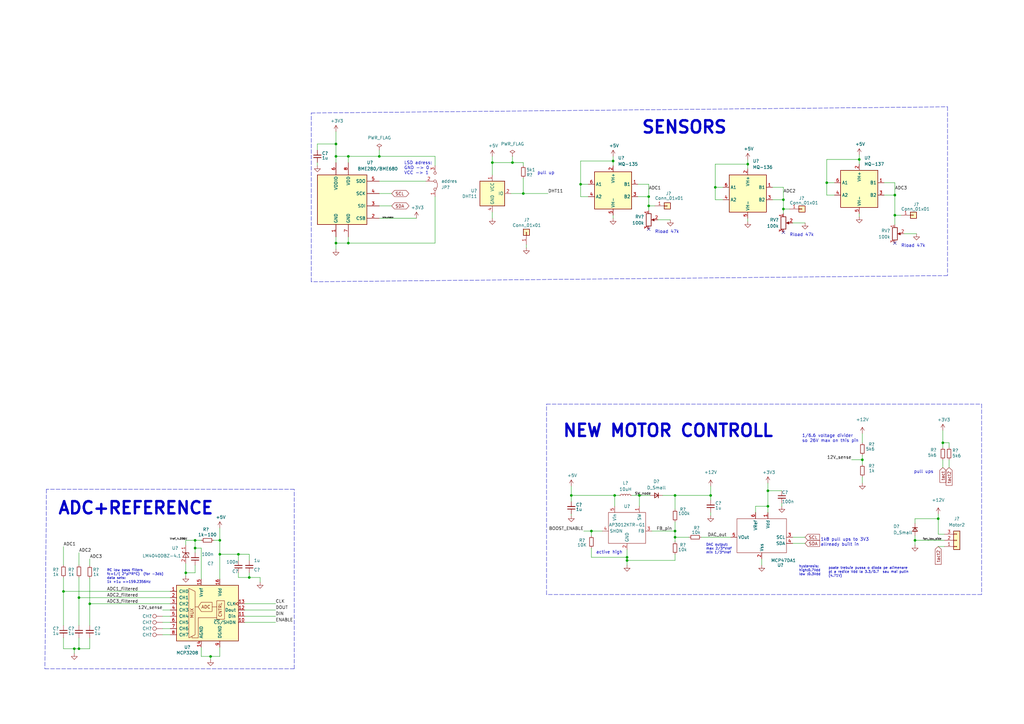
<source format=kicad_sch>
(kicad_sch (version 20211123) (generator eeschema)
  (paper "A3")
  (lib_symbols
    (symbol "Analog_ADC:MCP3208" (pin_names (offset 1.016))
      (property "Reference" "U" (at -5.08 13.335 0))
      (property "Value" "MCP3208" (at -5.08 11.43 0))
      (symbol "MCP3208_0_0"
        (text "ADC" (at -0.635 1.27 0) (effects (font (size 1.27 1.27))))
        (text "CNTRL" (at 5.969 -2.921 900) (effects (font (size 1.27 1.27)) (justify left bottom)))
        (text "MUX" (at -6.35 -1.27 900) (effects (font (size 1.27 1.27))))
      )
      (symbol "MCP3208_0_1"
        (polyline (pts (xy -3.81 1.27) (xy -5.08 1.27)))
        (polyline (pts (xy 1.905 1.27) (xy 3.81 1.27)))
        (polyline (pts (xy -7.62 8.89) (xy -7.62 -11.43) (xy -5.08 -10.16) (xy -5.08 7.62) (xy -7.62 8.89)))
        (polyline (pts (xy 3.81 -3.175) (xy -3.81 -3.175) (xy -3.81 -11.43) (xy -6.35 -11.43) (xy -6.35 -10.795)))
        (polyline (pts (xy 1.905 3.175) (xy 1.905 -0.635) (xy -2.54 -0.635) (xy -3.81 1.27) (xy -2.54 3.175) (xy 1.905 3.175)))
        (rectangle (start 3.81 -3.81) (end 6.985 3.81))
        (rectangle (start 12.7 -12.7) (end -12.7 10.16) (stroke (width 0.254)) (fill (type background)))
      )
      (symbol "MCP3208_1_1"
        (pin input line (at -15.24 7.62 0) (length 2.54) (name "CH0") (number "1"))
        (pin input line (at 15.24 -5.08 180) (length 2.54) (name "~{CS}/SHDN") (number "10"))
        (pin input line (at 15.24 -2.54 180) (length 2.54) (name "Din") (number "11"))
        (pin output line (at 15.24 0 180) (length 2.54) (name "Dout") (number "12"))
        (pin input clock (at 15.24 2.54 180) (length 2.54) (name "CLK") (number "13"))
        (pin power_in line (at -2.54 -15.24 90) (length 2.54) (name "AGND") (number "14"))
        (pin power_in line (at -2.54 12.7 270) (length 2.54) (name "Vref") (number "15"))
        (pin power_in line (at 5.08 12.7 270) (length 2.54) (name "Vdd") (number "16"))
        (pin input line (at -15.24 5.08 0) (length 2.54) (name "CH1") (number "2"))
        (pin input line (at -15.24 2.54 0) (length 2.54) (name "CH2") (number "3"))
        (pin input line (at -15.24 0 0) (length 2.54) (name "CH3") (number "4"))
        (pin input line (at -15.24 -2.54 0) (length 2.54) (name "CH4") (number "5"))
        (pin input line (at -15.24 -5.08 0) (length 2.54) (name "CH5") (number "6"))
        (pin input line (at -15.24 -7.62 0) (length 2.54) (name "CH6") (number "7"))
        (pin input line (at -15.24 -10.16 0) (length 2.54) (name "CH7") (number "8"))
        (pin power_in line (at 5.08 -15.24 90) (length 2.54) (name "DGND") (number "9"))
      )
    )
    (symbol "Connector:TestPoint" (pin_numbers hide) (pin_names (offset 0.762) hide)
      (property "Reference" "TP" (at 0 6.858 0))
      (property "Value" "TestPoint" (at 0 5.08 0))
      (symbol "TestPoint_0_1"
        (circle (center 0 3.302) (radius 0.762))
      )
      (symbol "TestPoint_1_1"
        (pin passive line (at 0 0 90) (length 2.54) (name "1") (number "1"))
      )
    )
    (symbol "Connector_Generic:Conn_01x01" (pin_names (offset 1.016) hide)
      (property "Reference" "J" (at 0 2.54 0))
      (property "Value" "Conn_01x01" (at 0 -2.54 0))
      (symbol "Conn_01x01_1_1"
        (rectangle (start -1.27 0.127) (end 0 -0.127) (stroke (width 0.1524)))
        (rectangle (start -1.27 1.27) (end 1.27 -1.27) (stroke (width 0.254)) (fill (type background)))
        (pin passive line (at -5.08 0 0) (length 3.81) (name "Pin_1") (number "1"))
      )
    )
    (symbol "Connector_Generic:Conn_01x03" (pin_names (offset 1.016) hide)
      (property "Reference" "J" (at 0 5.08 0))
      (property "Value" "Conn_01x03" (at 0 -5.08 0))
      (symbol "Conn_01x03_1_1"
        (rectangle (start -1.27 -2.413) (end 0 -2.667) (stroke (width 0.1524)))
        (rectangle (start -1.27 0.127) (end 0 -0.127) (stroke (width 0.1524)))
        (rectangle (start -1.27 2.667) (end 0 2.413) (stroke (width 0.1524)))
        (rectangle (start -1.27 3.81) (end 1.27 -3.81) (stroke (width 0.254)) (fill (type background)))
        (pin passive line (at -5.08 2.54 0) (length 3.81) (name "Pin_1") (number "1"))
        (pin passive line (at -5.08 0 0) (length 3.81) (name "Pin_2") (number "2"))
        (pin passive line (at -5.08 -2.54 0) (length 3.81) (name "Pin_3") (number "3"))
      )
    )
    (symbol "Device:C_Small" (pin_numbers hide) (pin_names (offset 0.254) hide)
      (property "Reference" "C" (at 0.254 1.778 0))
      (property "Value" "C_Small" (at 0.254 -2.032 0))
      (symbol "C_Small_0_1"
        (polyline (pts (xy -1.524 -0.508) (xy 1.524 -0.508)) (stroke (width 0.3302)))
        (polyline (pts (xy -1.524 0.508) (xy 1.524 0.508)) (stroke (width 0.3048)))
      )
      (symbol "C_Small_1_1"
        (pin passive line (at 0 2.54 270) (length 2.032) (name "~") (number "1"))
        (pin passive line (at 0 -2.54 90) (length 2.032) (name "~") (number "2"))
      )
    )
    (symbol "Device:D_Small" (pin_numbers hide) (pin_names (offset 0.254) hide)
      (property "Reference" "D" (at -1.27 2.032 0))
      (property "Value" "D_Small" (at -3.81 -2.032 0))
      (symbol "D_Small_0_1"
        (polyline (pts (xy -0.762 -1.016) (xy -0.762 1.016)) (stroke (width 0.254)))
        (polyline (pts (xy -0.762 0) (xy 0.762 0)))
        (polyline (pts (xy 0.762 -1.016) (xy -0.762 0) (xy 0.762 1.016) (xy 0.762 -1.016)) (stroke (width 0.254)))
      )
      (symbol "D_Small_1_1"
        (pin passive line (at -2.54 0 0) (length 1.778) (name "K") (number "1"))
        (pin passive line (at 2.54 0 180) (length 1.778) (name "A") (number "2"))
      )
    )
    (symbol "Device:L_Small" (pin_numbers hide) (pin_names (offset 0.254) hide)
      (property "Reference" "L" (at 0.762 1.016 0))
      (property "Value" "L_Small" (at 0.762 -1.016 0))
      (symbol "L_Small_0_1"
        (arc (start 0 -2.032) (mid 0.508 -1.524) (end 0 -1.016))
        (arc (start 0 -1.016) (mid 0.508 -0.508) (end 0 0))
        (arc (start 0 0) (mid 0.508 0.508) (end 0 1.016))
        (arc (start 0 1.016) (mid 0.508 1.524) (end 0 2.032))
      )
      (symbol "L_Small_1_1"
        (pin passive line (at 0 2.54 270) (length 0.508) (name "~") (number "1"))
        (pin passive line (at 0 -2.54 90) (length 0.508) (name "~") (number "2"))
      )
    )
    (symbol "Device:R_Potentiometer" (pin_names (offset 1.016) hide)
      (property "Reference" "RV" (at -4.445 0 90))
      (property "Value" "R_Potentiometer" (at -2.54 0 90))
      (symbol "R_Potentiometer_0_1"
        (polyline (pts (xy 2.54 0) (xy 1.524 0)))
        (polyline (pts (xy 1.143 0) (xy 2.286 0.508) (xy 2.286 -0.508) (xy 1.143 0)) (fill (type outline)))
        (rectangle (start 1.016 2.54) (end -1.016 -2.54) (stroke (width 0.254)))
      )
      (symbol "R_Potentiometer_1_1"
        (pin passive line (at 0 3.81 270) (length 1.27) (name "1") (number "1"))
        (pin passive line (at 3.81 0 180) (length 1.27) (name "2") (number "2"))
        (pin passive line (at 0 -3.81 90) (length 1.27) (name "3") (number "3"))
      )
    )
    (symbol "Device:R_Small" (pin_numbers hide) (pin_names (offset 0.254) hide)
      (property "Reference" "R" (at 0.762 0.508 0))
      (property "Value" "R_Small" (at 0.762 -1.016 0))
      (symbol "R_Small_0_1"
        (rectangle (start -0.762 1.778) (end 0.762 -1.778) (stroke (width 0.2032)))
      )
      (symbol "R_Small_1_1"
        (pin passive line (at 0 2.54 270) (length 0.762) (name "~") (number "1"))
        (pin passive line (at 0 -2.54 90) (length 0.762) (name "~") (number "2"))
      )
    )
    (symbol "Jumper:Jumper_3_Bridged12" (pin_names (offset 0) hide)
      (property "Reference" "JP" (at -2.54 -2.54 0))
      (property "Value" "Jumper_3_Bridged12" (at 0 2.794 0))
      (symbol "Jumper_3_Bridged12_0_0"
        (circle (center -3.302 0) (radius 0.508))
        (circle (center 0 0) (radius 0.508))
        (circle (center 3.302 0) (radius 0.508))
      )
      (symbol "Jumper_3_Bridged12_0_1"
        (arc (start -0.254 0.508) (mid -1.651 0.9912) (end -3.048 0.508))
        (polyline (pts (xy 0 -1.27) (xy 0 -0.508)))
      )
      (symbol "Jumper_3_Bridged12_1_1"
        (pin passive line (at -6.35 0 0) (length 2.54) (name "A") (number "1"))
        (pin passive line (at 0 -3.81 90) (length 2.54) (name "C") (number "2"))
        (pin passive line (at 6.35 0 180) (length 2.54) (name "B") (number "3"))
      )
    )
    (symbol "My_custom_lib:AP3012KTR-G1"
      (property "Reference" "U" (at 0 5.08 0))
      (property "Value" "AP3012KTR-G1" (at 0 2.54 0))
      (symbol "AP3012KTR-G1_0_1"
        (rectangle (start -7.62 7.62) (end 7.62 -5.08))
      )
      (symbol "AP3012KTR-G1_1_1"
        (pin output line (at 5.08 10.16 270) (length 2.54) (name "SW") (number "1"))
        (pin output line (at 0 -7.62 90) (length 2.54) (name "GND") (number "2"))
        (pin output line (at 10.16 0 180) (length 2.54) (name "FB") (number "3"))
        (pin output line (at -10.16 0 0) (length 2.54) (name "SHDN") (number "4"))
        (pin output line (at -5.08 10.16 270) (length 2.54) (name "Vin") (number "5"))
      )
    )
    (symbol "My_custom_lib:MCP47DA1"
      (property "Reference" "U" (at -7.62 3.81 0))
      (property "Value" "MCP47DA1" (at 0 0 0))
      (symbol "MCP47DA1_0_1"
        (rectangle (start -10.16 6.35) (end 10.16 -7.62))
      )
      (symbol "MCP47DA1_1_1"
        (pin power_in line (at -2.54 8.89 270) (length 2.54) (name "Vdd") (number "1"))
        (pin power_out line (at 0 -10.16 90) (length 2.54) (name "Vss") (number "2"))
        (pin input line (at -12.7 -1.27 0) (length 2.54) (name "SCL") (number "3"))
        (pin bidirectional line (at -12.7 -3.81 0) (length 2.54) (name "SDA") (number "4"))
        (pin power_out line (at 12.7 -1.27 180) (length 2.54) (name "VOut") (number "5"))
        (pin power_in line (at 2.54 8.89 270) (length 2.54) (name "VRef") (number "6"))
      )
    )
    (symbol "Reference_Voltage:LM4040DBZ-4.1" (pin_names (offset 0.0254) hide)
      (property "Reference" "U" (at 0 2.54 0))
      (property "Value" "LM4040DBZ-4.1" (at 0 -3.175 0))
      (symbol "LM4040DBZ-4.1_0_1"
        (polyline (pts (xy -1.27 0) (xy 0 0) (xy 1.27 0)))
        (polyline (pts (xy -1.27 -1.27) (xy 0.635 0) (xy -1.27 1.27) (xy -1.27 -1.27)) (stroke (width 0.2032)))
        (polyline (pts (xy 0 -1.27) (xy 0.635 -1.27) (xy 0.635 1.27) (xy 1.27 1.27)) (stroke (width 0.2032)))
      )
      (symbol "LM4040DBZ-4.1_1_1"
        (pin passive line (at 3.81 0 180) (length 2.54) (name "K") (number "1"))
        (pin passive line (at -3.81 0 0) (length 2.54) (name "A") (number "2"))
      )
    )
    (symbol "Sensor:BME280"
      (property "Reference" "U" (at -8.89 11.43 0))
      (property "Value" "BME280" (at 7.62 11.43 0))
      (symbol "BME280_0_1"
        (rectangle (start -10.16 10.16) (end 10.16 -10.16) (stroke (width 0.254)) (fill (type background)))
      )
      (symbol "BME280_1_1"
        (pin power_in line (at -2.54 -15.24 90) (length 5.08) (name "GND") (number "1"))
        (pin input line (at 15.24 -7.62 180) (length 5.08) (name "CSB") (number "2"))
        (pin bidirectional line (at 15.24 -2.54 180) (length 5.08) (name "SDI") (number "3"))
        (pin input line (at 15.24 2.54 180) (length 5.08) (name "SCK") (number "4"))
        (pin bidirectional line (at 15.24 7.62 180) (length 5.08) (name "SDO") (number "5"))
        (pin power_in line (at -2.54 15.24 270) (length 5.08) (name "VDDIO") (number "6"))
        (pin power_in line (at 2.54 -15.24 90) (length 5.08) (name "GND") (number "7"))
        (pin power_in line (at 2.54 15.24 270) (length 5.08) (name "VDD") (number "8"))
      )
    )
    (symbol "Sensor:DHT11"
      (property "Reference" "U" (at -3.81 6.35 0))
      (property "Value" "DHT11" (at 3.81 6.35 0))
      (symbol "DHT11_0_1"
        (rectangle (start -5.08 5.08) (end 5.08 -5.08) (stroke (width 0.254)) (fill (type background)))
      )
      (symbol "DHT11_1_1"
        (pin power_in line (at 0 7.62 270) (length 2.54) (name "VCC") (number "1"))
        (pin bidirectional line (at 7.62 0 180) (length 2.54) (name "IO") (number "2"))
        (pin no_connect line (at -5.08 0 0) (length 2.54) hide (name "NC") (number "3"))
        (pin power_in line (at 0 -7.62 90) (length 2.54) (name "GND") (number "4"))
      )
    )
    (symbol "Sensor_Gas:MQ-6"
      (property "Reference" "U" (at -6.35 8.89 0))
      (property "Value" "MQ-6" (at 3.81 8.89 0))
      (symbol "MQ-6_0_1"
        (rectangle (start -7.62 7.62) (end 7.62 -7.62) (stroke (width 0.254)) (fill (type background)))
      )
      (symbol "MQ-6_1_1"
        (pin passive line (at 10.16 2.54 180) (length 2.54) (name "B1") (number "1"))
        (pin power_in line (at 0 10.16 270) (length 2.54) (name "VH+") (number "2"))
        (pin passive line (at 10.16 -2.54 180) (length 2.54) (name "B2") (number "3"))
        (pin passive line (at -10.16 -2.54 0) (length 2.54) (name "A2") (number "4"))
        (pin power_in line (at 0 -10.16 90) (length 2.54) (name "VH-") (number "5"))
        (pin passive line (at -10.16 2.54 0) (length 2.54) (name "A1") (number "6"))
      )
    )
    (symbol "power:+12V" (power) (pin_names (offset 0))
      (property "Value" "+12V" (at 0 3.556 0))
      (symbol "+12V_0_1"
        (polyline (pts (xy -0.762 1.27) (xy 0 2.54)))
        (polyline (pts (xy 0 0) (xy 0 2.54)))
        (polyline (pts (xy 0 2.54) (xy 0.762 1.27)))
      )
      (symbol "+12V_1_1"
        (pin power_in line (at 0 0 90) (length 0) hide (name "+12V") (number "1"))
      )
    )
    (symbol "power:+3.3V" (power) (pin_names (offset 0))
      (property "Value" "+3.3V" (at 0 3.556 0))
      (symbol "+3.3V_0_1"
        (polyline (pts (xy -0.762 1.27) (xy 0 2.54)))
        (polyline (pts (xy 0 0) (xy 0 2.54)))
        (polyline (pts (xy 0 2.54) (xy 0.762 1.27)))
      )
      (symbol "+3.3V_1_1"
        (pin power_in line (at 0 0 90) (length 0) hide (name "+3V3") (number "1"))
      )
    )
    (symbol "power:+5V" (power) (pin_names (offset 0))
      (property "Value" "+5V" (at 0 3.556 0))
      (symbol "+5V_0_1"
        (polyline (pts (xy -0.762 1.27) (xy 0 2.54)))
        (polyline (pts (xy 0 0) (xy 0 2.54)))
        (polyline (pts (xy 0 2.54) (xy 0.762 1.27)))
      )
      (symbol "+5V_1_1"
        (pin power_in line (at 0 0 90) (length 0) hide (name "+5V") (number "1"))
      )
    )
    (symbol "power:GND" (power) (pin_names (offset 0))
      (property "Value" "GND" (at 0 -3.81 0))
      (symbol "GND_0_1"
        (polyline (pts (xy 0 0) (xy 0 -1.27) (xy 1.27 -1.27) (xy 0 -2.54) (xy -1.27 -1.27) (xy 0 -1.27)))
      )
      (symbol "GND_1_1"
        (pin power_in line (at 0 0 270) (length 0) hide (name "GND") (number "1"))
      )
    )
    (symbol "power:PWR_FLAG" (power) (pin_numbers hide) (pin_names (offset 0) hide)
      (property "Value" "PWR_FLAG" (at 0 3.81 0))
      (symbol "PWR_FLAG_0_0"
        (pin power_out line (at 0 0 90) (length 0) (name "pwr") (number "1"))
      )
      (symbol "PWR_FLAG_0_1"
        (polyline (pts (xy 0 0) (xy 0 1.27) (xy -1.016 1.905) (xy 0 2.54) (xy 1.016 1.905) (xy 0 1.27)))
      )
    )
  )
  (junction (at 80.01 221.615))
  (junction (at 36.83 247.65))
  (junction (at 386.715 181.61))
  (junction (at 234.315 203.2))
  (junction (at 314.96 201.295))
  (junction (at 276.86 217.805))
  (junction (at 276.86 220.345))
  (junction (at 367.03 80.01))
  (junction (at 238.125 75.565))
  (junction (at 251.46 66.04))
  (junction (at 214.63 79.375))
  (junction (at 86.36 269.24))
  (junction (at 137.795 59.055))
  (junction (at 155.575 64.135))
  (junction (at 32.385 245.11))
  (junction (at 375.285 221.615))
  (junction (at 291.465 203.2))
  (junction (at 137.795 99.695))
  (junction (at 266.065 84.455))
  (junction (at 266.065 80.645))
  (junction (at 32.385 266.065))
  (junction (at 384.81 212.725))
  (junction (at 242.57 217.805))
  (junction (at 210.185 66.675))
  (junction (at 102.235 236.855))
  (junction (at 257.175 228.6))
  (junction (at 201.93 66.675))
  (junction (at 257.175 229.87))
  (junction (at 353.695 188.595))
  (junction (at 142.875 64.135))
  (junction (at 352.425 65.405))
  (junction (at 26.035 242.57))
  (junction (at 321.31 81.915))
  (junction (at 306.705 67.31))
  (junction (at 97.79 227.33))
  (junction (at 293.37 76.835))
  (junction (at 262.255 203.2))
  (junction (at 80.01 224.79))
  (junction (at 76.2 234.95))
  (junction (at 252.095 203.2))
  (junction (at 142.875 99.695))
  (junction (at 367.03 88.265))
  (junction (at 314.96 207.645))
  (junction (at 276.86 203.2))
  (junction (at 137.795 64.135))
  (junction (at 90.17 221.615))
  (junction (at 321.31 85.725))
  (junction (at 30.48 266.065))
  (junction (at 90.17 227.33))
  (junction (at 339.09 74.93))
  (no_connect (at 367.03 99.695))
  (no_connect (at 321.31 95.25))
  (no_connect (at 266.065 93.98))
  (wire (pts (xy 251.46 64.135) (xy 251.46 66.04)))
  (wire (pts (xy 266.065 75.565) (xy 266.065 80.645)))
  (wire (pts (xy 137.795 64.135) (xy 137.795 66.675)))
  (wire (pts (xy 266.065 84.455) (xy 268.605 84.455)))
  (wire (pts (xy 142.875 97.155) (xy 142.875 99.695)))
  (wire (pts (xy 155.575 61.595) (xy 155.575 64.135)))
  (wire (pts (xy 106.68 236.855) (xy 106.68 238.76)))
  (wire (pts (xy 76.2 236.22) (xy 76.2 234.95)))
  (wire (pts (xy 214.63 73.025) (xy 214.63 79.375)))
  (wire (pts (xy 155.575 79.375) (xy 160.655 79.375)))
  (wire (pts (xy 100.33 247.65) (xy 113.03 247.65)))
  (wire (pts (xy 257.175 228.6) (xy 257.175 229.87)))
  (wire (pts (xy 201.93 86.995) (xy 201.93 89.535)))
  (wire (pts (xy 80.01 226.695) (xy 80.01 224.79)))
  (polyline (pts (xy 127.635 115.57) (xy 127.635 46.355)))
  (wire (pts (xy 321.31 85.725) (xy 323.85 85.725)))
  (wire (pts (xy 130.175 61.595) (xy 130.175 59.055)))
  (wire (pts (xy 352.425 65.405) (xy 352.425 67.31)))
  (wire (pts (xy 367.03 88.265) (xy 369.57 88.265)))
  (wire (pts (xy 137.795 99.695) (xy 142.875 99.695)))
  (wire (pts (xy 234.315 203.2) (xy 252.095 203.2)))
  (wire (pts (xy 178.435 64.135) (xy 178.435 67.945)))
  (wire (pts (xy 130.175 59.055) (xy 137.795 59.055)))
  (wire (pts (xy 352.425 87.63) (xy 352.425 88.9)))
  (wire (pts (xy 316.865 81.915) (xy 321.31 81.915)))
  (wire (pts (xy 384.81 210.82) (xy 384.81 212.725)))
  (polyline (pts (xy 224.155 165.735) (xy 402.59 165.735)))
  (wire (pts (xy 32.385 236.855) (xy 32.385 245.11)))
  (wire (pts (xy 276.86 213.995) (xy 276.86 217.805)))
  (wire (pts (xy 80.01 231.775) (xy 80.01 234.95)))
  (wire (pts (xy 293.37 76.835) (xy 296.545 76.835)))
  (wire (pts (xy 214.63 79.375) (xy 209.55 79.375)))
  (wire (pts (xy 387.35 224.155) (xy 384.81 224.155)))
  (polyline (pts (xy 402.59 165.735) (xy 402.59 243.84)))
  (wire (pts (xy 321.31 81.915) (xy 321.31 85.725)))
  (wire (pts (xy 269.875 90.17) (xy 274.955 90.17)))
  (wire (pts (xy 215.9 101.6) (xy 215.9 100.33)))
  (wire (pts (xy 32.385 226.695) (xy 32.385 231.775)))
  (wire (pts (xy 314.96 198.12) (xy 314.96 201.295)))
  (wire (pts (xy 375.285 219.71) (xy 375.285 221.615)))
  (wire (pts (xy 384.81 219.075) (xy 387.35 219.075)))
  (wire (pts (xy 314.96 207.645) (xy 314.96 210.185)))
  (wire (pts (xy 293.37 76.835) (xy 293.37 67.31)))
  (wire (pts (xy 26.035 224.155) (xy 26.035 231.775)))
  (wire (pts (xy 375.285 221.615) (xy 375.285 223.52)))
  (wire (pts (xy 267.335 217.805) (xy 276.86 217.805)))
  (wire (pts (xy 30.48 267.97) (xy 30.48 266.065)))
  (wire (pts (xy 293.37 81.915) (xy 293.37 76.835)))
  (wire (pts (xy 293.37 67.31) (xy 306.705 67.31)))
  (wire (pts (xy 210.185 66.675) (xy 214.63 66.675)))
  (wire (pts (xy 32.385 245.11) (xy 32.385 256.54)))
  (wire (pts (xy 66.675 252.73) (xy 69.85 252.73)))
  (wire (pts (xy 210.185 64.135) (xy 210.185 66.675)))
  (wire (pts (xy 155.575 74.295) (xy 174.625 74.295)))
  (wire (pts (xy 90.17 221.615) (xy 90.17 216.535)))
  (wire (pts (xy 276.86 217.805) (xy 276.86 220.345)))
  (wire (pts (xy 259.08 203.2) (xy 262.255 203.2)))
  (wire (pts (xy 97.79 227.33) (xy 102.235 227.33)))
  (wire (pts (xy 306.705 65.405) (xy 306.705 67.31)))
  (wire (pts (xy 353.695 188.595) (xy 353.695 190.5)))
  (polyline (pts (xy 18.415 274.32) (xy 120.65 274.32)))
  (wire (pts (xy 375.285 212.725) (xy 384.81 212.725)))
  (wire (pts (xy 306.705 89.535) (xy 306.705 90.805)))
  (wire (pts (xy 349.25 188.595) (xy 353.695 188.595)))
  (wire (pts (xy 137.795 97.155) (xy 137.795 99.695)))
  (wire (pts (xy 137.795 59.055) (xy 137.795 64.135)))
  (wire (pts (xy 201.93 66.675) (xy 201.93 64.135)))
  (wire (pts (xy 90.17 269.24) (xy 86.36 269.24)))
  (wire (pts (xy 266.065 84.455) (xy 266.065 86.36)))
  (wire (pts (xy 389.255 191.77) (xy 389.255 188.595)))
  (polyline (pts (xy 127.635 46.355) (xy 388.62 43.815)))
  (wire (pts (xy 312.42 229.235) (xy 312.42 231.775)))
  (wire (pts (xy 86.36 270.51) (xy 86.36 269.24)))
  (polyline (pts (xy 19.05 200.66) (xy 18.415 274.32)))
  (wire (pts (xy 386.715 181.61) (xy 386.715 183.515)))
  (wire (pts (xy 234.315 203.2) (xy 234.315 205.74)))
  (wire (pts (xy 353.695 186.69) (xy 353.695 188.595)))
  (wire (pts (xy 26.035 242.57) (xy 69.85 242.57)))
  (wire (pts (xy 142.875 64.135) (xy 155.575 64.135)))
  (wire (pts (xy 86.36 269.24) (xy 82.55 269.24)))
  (wire (pts (xy 389.255 181.61) (xy 386.715 181.61)))
  (wire (pts (xy 238.125 66.04) (xy 251.46 66.04)))
  (wire (pts (xy 234.315 210.82) (xy 234.315 211.455)))
  (wire (pts (xy 252.095 207.645) (xy 252.095 203.2)))
  (polyline (pts (xy 402.59 243.84) (xy 224.155 243.84)))
  (wire (pts (xy 102.235 227.33) (xy 102.235 229.87)))
  (wire (pts (xy 353.695 195.58) (xy 353.695 198.12)))
  (wire (pts (xy 339.09 74.93) (xy 339.09 65.405)))
  (wire (pts (xy 80.01 221.615) (xy 82.55 221.615)))
  (wire (pts (xy 320.675 206.375) (xy 320.675 207.645)))
  (wire (pts (xy 287.655 220.345) (xy 299.72 220.345)))
  (wire (pts (xy 82.55 269.24) (xy 82.55 265.43)))
  (wire (pts (xy 97.79 236.855) (xy 102.235 236.855)))
  (wire (pts (xy 321.31 76.835) (xy 321.31 81.915)))
  (wire (pts (xy 314.96 201.295) (xy 320.675 201.295)))
  (wire (pts (xy 362.585 80.01) (xy 367.03 80.01)))
  (wire (pts (xy 26.035 242.57) (xy 26.035 256.54)))
  (wire (pts (xy 26.035 261.62) (xy 26.035 266.065)))
  (wire (pts (xy 386.715 191.77) (xy 386.715 188.595)))
  (wire (pts (xy 242.57 219.71) (xy 242.57 217.805)))
  (wire (pts (xy 291.465 210.185) (xy 291.465 211.455)))
  (wire (pts (xy 36.83 237.0737) (xy 36.83 247.65)))
  (wire (pts (xy 100.33 252.73) (xy 113.03 252.73)))
  (wire (pts (xy 66.675 250.19) (xy 69.85 250.19)))
  (wire (pts (xy 238.125 75.565) (xy 241.3 75.565)))
  (wire (pts (xy 155.575 84.455) (xy 160.655 84.455)))
  (wire (pts (xy 201.93 71.755) (xy 201.93 66.675)))
  (wire (pts (xy 342.265 80.01) (xy 339.09 80.01)))
  (wire (pts (xy 82.55 224.79) (xy 82.55 237.49)))
  (wire (pts (xy 214.63 66.675) (xy 214.63 67.945)))
  (wire (pts (xy 309.88 207.645) (xy 314.96 207.645)))
  (wire (pts (xy 339.09 65.405) (xy 352.425 65.405)))
  (wire (pts (xy 325.12 220.345) (xy 330.2 220.345)))
  (wire (pts (xy 113.03 250.19) (xy 100.33 250.19)))
  (wire (pts (xy 309.88 210.185) (xy 309.88 207.645)))
  (wire (pts (xy 90.17 265.43) (xy 90.17 269.24)))
  (wire (pts (xy 90.17 227.33) (xy 90.17 237.49)))
  (wire (pts (xy 36.83 247.65) (xy 36.83 256.54)))
  (wire (pts (xy 271.78 203.2) (xy 276.86 203.2)))
  (wire (pts (xy 276.86 229.87) (xy 257.175 229.87)))
  (wire (pts (xy 30.48 266.065) (xy 32.385 266.065)))
  (wire (pts (xy 276.86 220.345) (xy 282.575 220.345)))
  (wire (pts (xy 266.065 80.645) (xy 266.065 84.455)))
  (wire (pts (xy 257.175 229.87) (xy 257.175 231.775)))
  (wire (pts (xy 276.86 203.2) (xy 291.465 203.2)))
  (wire (pts (xy 321.31 85.725) (xy 321.31 87.63)))
  (wire (pts (xy 76.2 221.615) (xy 76.2 223.52)))
  (wire (pts (xy 76.2 234.95) (xy 80.01 234.95)))
  (wire (pts (xy 353.695 177.8) (xy 353.695 181.61)))
  (wire (pts (xy 251.46 66.04) (xy 251.46 67.945)))
  (wire (pts (xy 90.17 227.33) (xy 90.17 221.615)))
  (wire (pts (xy 142.875 99.695) (xy 178.435 99.695)))
  (wire (pts (xy 306.705 67.31) (xy 306.705 69.215)))
  (wire (pts (xy 26.035 236.855) (xy 26.035 242.57)))
  (wire (pts (xy 314.96 201.295) (xy 314.96 207.645)))
  (wire (pts (xy 130.175 66.675) (xy 130.175 67.945)))
  (wire (pts (xy 375.285 214.63) (xy 375.285 212.725)))
  (wire (pts (xy 36.83 261.62) (xy 36.83 266.065)))
  (wire (pts (xy 97.79 227.33) (xy 97.79 229.87)))
  (wire (pts (xy 30.48 266.065) (xy 26.035 266.065)))
  (wire (pts (xy 262.255 203.2) (xy 266.7 203.2)))
  (wire (pts (xy 386.715 176.53) (xy 386.715 181.61)))
  (wire (pts (xy 251.46 88.265) (xy 251.46 89.535)))
  (wire (pts (xy 142.875 66.675) (xy 142.875 64.135)))
  (wire (pts (xy 76.2 234.95) (xy 76.2 231.14)))
  (polyline (pts (xy 224.155 243.84) (xy 224.155 165.735)))
  (wire (pts (xy 36.83 229.235) (xy 36.83 231.9937)))
  (polyline (pts (xy 120.65 200.66) (xy 19.05 200.66)))
  (wire (pts (xy 82.55 224.79) (xy 80.01 224.79)))
  (wire (pts (xy 155.575 64.135) (xy 178.435 64.135)))
  (wire (pts (xy 276.86 203.2) (xy 276.86 208.915)))
  (wire (pts (xy 291.465 199.39) (xy 291.465 203.2)))
  (polyline (pts (xy 120.65 274.32) (xy 120.65 200.66)))
  (wire (pts (xy 102.235 236.855) (xy 102.235 234.95)))
  (wire (pts (xy 389.255 183.515) (xy 389.255 181.61)))
  (wire (pts (xy 261.62 80.645) (xy 266.065 80.645)))
  (wire (pts (xy 242.57 228.6) (xy 242.57 224.79)))
  (wire (pts (xy 296.545 81.915) (xy 293.37 81.915)))
  (wire (pts (xy 36.83 247.65) (xy 69.85 247.65)))
  (wire (pts (xy 339.09 74.93) (xy 342.265 74.93)))
  (polyline (pts (xy 388.62 43.815) (xy 388.62 113.03)))
  (wire (pts (xy 238.125 75.565) (xy 238.125 66.04)))
  (wire (pts (xy 276.86 227.33) (xy 276.86 229.87)))
  (wire (pts (xy 238.125 80.645) (xy 238.125 75.565)))
  (wire (pts (xy 239.395 217.805) (xy 242.57 217.805)))
  (wire (pts (xy 32.385 266.065) (xy 36.83 266.065)))
  (wire (pts (xy 137.795 64.135) (xy 142.875 64.135)))
  (wire (pts (xy 102.235 236.855) (xy 106.68 236.855)))
  (wire (pts (xy 178.435 80.645) (xy 178.435 99.695)))
  (wire (pts (xy 362.585 74.93) (xy 367.03 74.93)))
  (wire (pts (xy 234.315 199.39) (xy 234.315 203.2)))
  (wire (pts (xy 66.675 257.81) (xy 69.85 257.81)))
  (wire (pts (xy 261.62 75.565) (xy 266.065 75.565)))
  (wire (pts (xy 100.33 255.27) (xy 113.03 255.27)))
  (wire (pts (xy 137.795 53.975) (xy 137.795 59.055)))
  (wire (pts (xy 241.3 80.645) (xy 238.125 80.645)))
  (wire (pts (xy 90.17 227.33) (xy 97.79 227.33)))
  (wire (pts (xy 32.385 261.62) (xy 32.385 266.065)))
  (wire (pts (xy 352.425 63.5) (xy 352.425 65.405)))
  (wire (pts (xy 90.17 221.615) (xy 87.63 221.615)))
  (wire (pts (xy 32.385 245.11) (xy 69.85 245.11)))
  (wire (pts (xy 155.575 89.535) (xy 170.815 89.535)))
  (wire (pts (xy 367.03 80.01) (xy 367.03 88.265)))
  (wire (pts (xy 66.675 255.27) (xy 69.85 255.27)))
  (polyline (pts (xy 388.62 113.03) (xy 127.635 115.57)))
  (wire (pts (xy 384.81 212.725) (xy 384.81 219.075)))
  (wire (pts (xy 257.175 228.6) (xy 242.57 228.6)))
  (wire (pts (xy 137.795 102.235) (xy 137.795 99.695)))
  (wire (pts (xy 201.93 66.675) (xy 210.185 66.675)))
  (wire (pts (xy 370.84 95.885) (xy 375.92 95.885)))
  (wire (pts (xy 214.63 79.375) (xy 224.79 79.375)))
  (wire (pts (xy 252.095 203.2) (xy 254 203.2)))
  (wire (pts (xy 262.255 207.645) (xy 262.255 203.2)))
  (wire (pts (xy 325.12 91.44) (xy 330.2 91.44)))
  (wire (pts (xy 80.01 224.79) (xy 80.01 221.615)))
  (wire (pts (xy 97.79 236.855) (xy 97.79 234.95)))
  (wire (pts (xy 367.03 88.265) (xy 367.03 92.075)))
  (wire (pts (xy 257.175 225.425) (xy 257.175 228.6)))
  (wire (pts (xy 316.865 76.835) (xy 321.31 76.835)))
  (wire (pts (xy 291.465 203.2) (xy 291.465 205.105)))
  (wire (pts (xy 76.2 221.615) (xy 80.01 221.615)))
  (wire (pts (xy 242.57 217.805) (xy 247.015 217.805)))
  (wire (pts (xy 339.09 80.01) (xy 339.09 74.93)))
  (wire (pts (xy 325.12 222.885) (xy 330.2 222.885)))
  (wire (pts (xy 276.86 220.345) (xy 276.86 222.25)))
  (wire (pts (xy 387.35 221.615) (xy 375.285 221.615)))
  (wire (pts (xy 66.675 260.35) (xy 69.85 260.35)))
  (wire (pts (xy 367.03 74.93) (xy 367.03 80.01)))
  (text "Rload 47k" (at 323.85 97.155 0) (effects (font (size 1.27 1.27)) (justify left bottom)))
  (text "pull ups" (at 382.905 194.31 180) (effects (font (size 1.27 1.27)) (justify right bottom)))
  (text "1k8 pull ups to 3V3\nallready built in" (at 336.55 224.155 0) (effects (font (size 1.27 1.27)) (justify left bottom)))
  (text "ADC+REFERENCE" (at 23.495 211.455 0) (effects (font (size 5 5) (thickness 1) bold) (justify left bottom)))
  (text "Rload 47k" (at 268.605 95.885 0) (effects (font (size 1.27 1.27)) (justify left bottom)))
  (text "NEW MOTOR CONTROLL" (at 230.505 179.705 0) (effects (font (size 5 5) (thickness 1) bold) (justify left bottom)))
  (text "SENSORS" (at 262.89 55.245 0) (effects (font (size 5 5) (thickness 1) bold) (justify left bottom)))
  (text "pull up" (at 220.345 71.755 0) (effects (font (size 1.27 1.27)) (justify left bottom)))
  (text "Rload 47k" (at 369.57 101.6 0) (effects (font (size 1.27 1.27)) (justify left bottom)))
  (text "DAC output:\nmax 2/3*Vref\nmin 1/3*Vref" (at 289.56 227.33 0) (effects (font (size 1 1)) (justify left bottom)))
  (text "poate trebuie pussa o dioda pe alimenare\npt a redice Vdd la 3.3/0.7  sau mai putin\n(4.71V)" (at 339.725 236.855 0) (effects (font (size 1 1)) (justify left bottom)))
  (text "LSD adress:\nGND -> 0\nVCC -> 1" (at 165.735 71.755 0) (effects (font (size 1.27 1.27)) (justify left bottom)))
  (text "hysteresis:\nhigh:0.7Vdd\nlow :0.3Vdd" (at 327.66 236.22 0) (effects (font (size 1 1)) (justify left bottom)))
  (text "1/6.6 voltage divider\nso 26V max on this pin" (at 328.93 181.61 0) (effects (font (size 1.27 1.27)) (justify left bottom)))
  (text "RC low pass filters\nfc=1/( 2*pi*R*C)  (for -3db)\ndata sets:\n1k +1u =>159.2356Hz" (at 43.815 239.395 0) (effects (font (size 1 1)) (justify left bottom)))
  (text "active high" (at 244.475 227.33 0) (effects (font (size 1.27 1.27)) (justify left bottom)))
  (label "BOOST_ENABLE" (at 239.395 217.805 180))
  (label "DHT11" (at 224.79 79.375 0))
  (label "ADC3" (at 367.03 78.105 0))
  (label "12V_sense" (at 66.675 250.19 180))
  (label "ADC3_filtered" (at 43.815 247.65 0))
  (label "ADC3" (at 36.83 229.235 0))
  (label "DOUT" (at 113.03 250.19 0))
  (label "CLK" (at 113.03 247.65 0))
  (label "fan_low_side" (at 378.46 221.615 0) (effects (font (size 0.8 0.8))))
  (label "12V_sense" (at 349.25 188.595 180))
  (label "SW_node" (at 260.35 203.2 0) (effects (font (size 1 1))))
  (label "ADC1" (at 266.065 78.105 0))
  (label "ENABLE" (at 113.03 255.27 0))
  (label "ADC2" (at 32.385 226.695 0))
  (label "ADC2" (at 321.31 79.375 0))
  (label "Vref_4.096V" (at 76.835 221.615 180) (effects (font (size 0.8 0.8))))
  (label "ADC1" (at 26.035 224.155 0))
  (label "ADC1_filtered" (at 43.815 242.57 0))
  (label "DIN" (at 113.03 252.73 0))
  (label "bme_enable" (at 156.845 89.535 0) (effects (font (size 0.5 0.5))))
  (label "ADC2_filtered" (at 43.815 245.11 0))
  (label "DAC_out" (at 290.195 220.345 0))
  (label "FB_pin" (at 269.24 217.805 0))
  (global_label "SDA" (shape bidirectional) (at 160.655 84.455 0) (property "Intersheet References" "${INTERSHEET_REFS}" (effects hide)))
  (global_label "SCL" (shape input) (at 330.2 220.345 0) (property "Intersheet References" "${INTERSHEET_REFS}" (effects hide)))
  (global_label "SDA" (shape input) (at 330.2 222.885 0) (property "Intersheet References" "${INTERSHEET_REFS}" (effects hide)))
  (global_label "tact2" (shape input) (at 389.255 191.77 270) (property "Intersheet References" "${INTERSHEET_REFS}" (effects hide)))
  (global_label "SCL" (shape bidirectional) (at 160.655 79.375 0) (property "Intersheet References" "${INTERSHEET_REFS}" (effects hide)))
  (global_label "tact2" (shape input) (at 384.81 224.155 270) (property "Intersheet References" "${INTERSHEET_REFS}" (effects hide)))
  (global_label "tact" (shape input) (at 386.715 191.77 270) (property "Intersheet References" "${INTERSHEET_REFS}" (effects hide)))
  (symbol (lib_id "Device:R_Small") (at 386.715 186.055 180) (unit 1)
    (property "Reference" "R?" (at 384.175 184.5564 0) (effects (justify left)))
    (property "Value" "5k6" (at 384.175 186.69 0) (effects (justify left)))
    (property "Footprint" "Resistor_SMD:R_0805_2012Metric_Pad1.20x1.40mm_HandSolder" (effects hide))
  )
  (symbol (lib_id "power:GND") (at 353.695 198.12 0) (unit 1)
    (property "Reference" "#PWR?" (effects hide))
    (property "Value" "GND" (effects hide))
  )
  (symbol (lib_id "power:+3.3V") (at 314.96 198.12 0) (unit 1)
    (property "Reference" "#PWR?" (effects hide))
    (property "Value" "+3.3V" (at 315.341 193.7258 0))
  )
  (symbol (lib_id "power:GND") (at 312.42 231.775 0) (unit 1)
    (property "Reference" "#PWR?" (effects hide))
    (property "Value" "GND" (effects hide))
  )
  (symbol (lib_id "power:GND") (at 215.9 101.6 0) (unit 1)
    (property "Reference" "#PWR?" (effects hide))
    (property "Value" "GND" (effects hide))
  )
  (symbol (lib_id "Sensor_Gas:MQ-6") (at 251.46 78.105 0) (unit 1)
    (property "Reference" "U?" (at 253.4794 64.77 0) (effects (justify left)))
    (property "Value" "MQ-135" (at 253.4794 67.31 0) (effects (justify left)))
    (property "Footprint" "Sensor:MQ-6" (effects hide))
    (property "Datasheet" "https://www.winsen-sensor.com/d/files/semiconductor/mq-6.pdf" (effects hide))
  )
  (symbol (lib_id "Device:C_Small") (at 26.035 259.08 0) (unit 1)
    (property "Reference" "C?" (at 21.59 257.81 0) (effects (justify left)))
    (property "Value" "1u" (at 21.59 259.715 0) (effects (justify left)))
    (property "Footprint" "Capacitor_SMD:C_0805_2012Metric_Pad1.18x1.45mm_HandSolder" (effects hide))
  )
  (symbol (lib_id "Connector:TestPoint") (at 66.675 257.81 90) (unit 1) (in_bom no)
    (property "Reference" "CH?" (at 60.325 257.81 90))
    (property "Value" "-" (effects hide))
    (property "Footprint" "TestPoint:TestPoint_THTPad_D1.0mm_Drill0.5mm" (effects hide))
  )
  (symbol (lib_id "Reference_Voltage:LM4040DBZ-4.1") (at 76.2 227.33 90) (unit 1)
    (property "Reference" "U?" (at 70.485 224.79 90) (effects (justify right)))
    (property "Value" "LM4040DBZ-4.1" (at 58.42 227.965 90) (effects (justify right)))
    (property "Footprint" "Package_TO_SOT_SMD:SOT-23" (effects hide))
    (property "Datasheet" "http://www.ti.com/lit/ds/symlink/lm4040-n.pdf" (effects hide))
  )
  (symbol (lib_id "Device:C_Small") (at 80.01 229.235 180) (unit 1)
    (property "Reference" "C?" (at 87.63 231.14 0) (effects (justify left)))
    (property "Value" "100n" (at 87.63 227.33 0) (effects (justify left)))
    (property "Footprint" "Capacitor_SMD:C_0805_2012Metric_Pad1.18x1.45mm_HandSolder" (effects hide))
  )
  (symbol (lib_id "Connector_Generic:Conn_01x01") (at 328.93 85.725 0) (unit 1) (in_bom no)
    (property "Reference" "J?" (at 327.66 81.28 0) (effects (justify left)))
    (property "Value" "Conn_01x01" (at 323.85 83.1849 0) (effects (justify left)))
    (property "Footprint" "Connector_PinHeader_2.54mm:PinHeader_1x01_P2.54mm_Vertical" (effects hide))
  )
  (symbol (lib_id "power:GND") (at 291.465 211.455 0) (unit 1)
    (property "Reference" "#PWR?" (effects hide))
    (property "Value" "GND" (effects hide))
  )
  (symbol (lib_id "Device:R_Small") (at 276.86 211.455 0) (unit 1)
    (property "Reference" "R?" (at 278.765 208.915 0) (effects (justify left)))
    (property "Value" "100k" (at 278.13 210.5914 0) (effects (justify left)))
    (property "Footprint" "Resistor_SMD:R_0805_2012Metric_Pad1.20x1.40mm_HandSolder" (effects hide))
  )
  (symbol (lib_id "power:+12V") (at 384.81 210.82 0) (unit 1)
    (property "Reference" "#PWR?" (effects hide))
    (property "Value" "+12V" (at 384.81 205.105 0))
  )
  (symbol (lib_id "power:GND") (at 251.46 89.535 0) (unit 1)
    (property "Reference" "#PWR?" (effects hide))
    (property "Value" "GND" (effects hide))
  )
  (symbol (lib_id "power:+3.3V") (at 386.715 176.53 0) (unit 1)
    (property "Reference" "#PWR?" (effects hide))
    (property "Value" "+3.3V" (at 387.096 172.1358 0))
  )
  (symbol (lib_id "Device:R_Small") (at 285.115 220.345 90) (unit 1)
    (property "Reference" "R?" (at 287.02 216.535 90) (effects (justify left)))
    (property "Value" "10k" (at 287.3375 218.3511 90) (effects (justify left)))
    (property "Footprint" "Resistor_SMD:R_0805_2012Metric_Pad1.20x1.40mm_HandSolder" (effects hide))
  )
  (symbol (lib_id "power:+12V") (at 291.465 199.39 0) (unit 1)
    (property "Reference" "#PWR?" (effects hide))
    (property "Value" "+12V" (at 291.465 193.675 0))
  )
  (symbol (lib_id "Device:R_Potentiometer") (at 321.31 91.44 0) (unit 1)
    (property "Reference" "RV?" (at 319.405 90.1699 0) (effects (justify right)))
    (property "Value" "100k" (at 319.405 92.7099 0) (effects (justify right)))
    (property "Footprint" "Potentiometer_THT:Potentiometer_Piher_PT-10-V05_Vertical" (effects hide))
  )
  (symbol (lib_id "power:+5V") (at 90.17 216.535 0) (unit 1)
    (property "Reference" "#PWR?" (effects hide))
    (property "Value" "+5V" (at 90.551 212.1408 0))
  )
  (symbol (lib_id "Connector:TestPoint") (at 66.675 260.35 90) (unit 1) (in_bom no)
    (property "Reference" "CH?" (at 60.325 260.35 90))
    (property "Value" "-" (effects hide))
    (property "Footprint" "TestPoint:TestPoint_THTPad_D1.0mm_Drill0.5mm" (effects hide))
  )
  (symbol (lib_id "Sensor_Gas:MQ-6") (at 306.705 79.375 0) (unit 1)
    (property "Reference" "U?" (at 308.7244 66.04 0) (effects (justify left)))
    (property "Value" "MQ-136" (at 308.7244 68.58 0) (effects (justify left)))
    (property "Footprint" "Sensor:MQ-6" (effects hide))
    (property "Datasheet" "https://www.winsen-sensor.com/d/files/semiconductor/mq-6.pdf" (effects hide))
  )
  (symbol (lib_id "Device:L_Small") (at 256.54 203.2 90) (unit 1)
    (property "Reference" "L?" (at 256.54 198.12 90))
    (property "Value" "10uH" (at 256.54 200.66 90))
    (property "Footprint" "Inductor_SMD:L_Taiyo-Yuden_MD-5050" (effects hide))
  )
  (symbol (lib_id "power:GND") (at 106.68 238.76 0) (unit 1)
    (property "Reference" "#PWR?" (effects hide))
    (property "Value" "GND" (effects hide))
  )
  (symbol (lib_id "Device:D_Small") (at 375.285 217.17 270) (unit 1)
    (property "Reference" "D?" (at 366.395 215.9 90) (effects (justify left)))
    (property "Value" "D_Small" (at 366.395 218.44 90) (effects (justify left)))
    (property "Footprint" "Diode_SMD:D_SOD-123" (effects hide))
  )
  (symbol (lib_id "power:PWR_FLAG") (at 210.185 64.135 0) (unit 1)
    (property "Reference" "#FLG?" (effects hide))
    (property "Value" "PWR_FLAG" (at 210.185 59.055 0))
  )
  (symbol (lib_id "Connector_Generic:Conn_01x01") (at 215.9 95.25 90) (unit 1) (in_bom no)
    (property "Reference" "J?" (at 217.17 90.17 90) (effects (justify left)))
    (property "Value" "Conn_01x01" (at 221.9325 92.3926 90) (effects (justify left)))
    (property "Footprint" "Connector_PinHeader_2.54mm:PinHeader_1x01_P2.54mm_Vertical" (effects hide))
  )
  (symbol (lib_id "power:GND") (at 330.2 91.44 0) (unit 1)
    (property "Reference" "#PWR?" (effects hide))
    (property "Value" "GND" (effects hide))
  )
  (symbol (lib_id "power:GND") (at 257.175 231.775 0) (unit 1)
    (property "Reference" "#PWR?" (effects hide))
    (property "Value" "GND" (effects hide))
  )
  (symbol (lib_id "Device:R_Small") (at 276.86 224.79 0) (unit 1)
    (property "Reference" "R?" (at 278.765 223.52 0) (effects (justify left)))
    (property "Value" "10k" (at 278.13 225.425 0) (effects (justify left)))
    (property "Footprint" "Resistor_SMD:R_0805_2012Metric_Pad1.20x1.40mm_HandSolder" (effects hide))
  )
  (symbol (lib_id "power:+12V") (at 353.695 177.8 0) (unit 1)
    (property "Reference" "#PWR?" (effects hide))
    (property "Value" "+12V" (at 353.695 172.085 0))
  )
  (symbol (lib_id "power:GND") (at 137.795 102.235 0) (unit 1)
    (property "Reference" "#PWR?" (effects hide))
    (property "Value" "GND" (effects hide))
  )
  (symbol (lib_id "Device:D_Small") (at 269.24 203.2 180) (unit 1)
    (property "Reference" "D?" (at 269.24 197.485 0))
    (property "Value" "D_Small" (at 269.24 200.025 0))
    (property "Footprint" "Diode_SMD:D_SOD-123" (effects hide))
  )
  (symbol (lib_id "Sensor_Gas:MQ-6") (at 352.425 77.47 0) (unit 1)
    (property "Reference" "U?" (at 354.4444 64.77 0) (effects (justify left)))
    (property "Value" "MQ-137" (at 354.4444 67.31 0) (effects (justify left)))
    (property "Footprint" "Sensor:MQ-6" (effects hide))
    (property "Datasheet" "https://www.winsen-sensor.com/d/files/semiconductor/mq-6.pdf" (effects hide))
  )
  (symbol (lib_id "power:GND") (at 375.285 223.52 0) (unit 1)
    (property "Reference" "#PWR?" (effects hide))
    (property "Value" "GND" (effects hide))
  )
  (symbol (lib_id "My_custom_lib:MCP47DA1") (at 312.42 219.075 0) (mirror y) (unit 1)
    (property "Reference" "U?" (at 318.77 231.775 0) (effects (justify right)))
    (property "Value" "MCP47DA1" (at 316.23 229.87 0) (effects (justify right)))
    (property "Footprint" "Package_TO_SOT_SMD:SOT-23-6_Handsoldering" (effects hide))
    (property "Datasheet" "https://ro.mouser.com/ProductDetail/579-MCP47DA1T-A0E-OT" (effects hide))
  )
  (symbol (lib_id "power:GND") (at 234.315 211.455 0) (unit 1)
    (property "Reference" "#PWR?" (effects hide))
    (property "Value" "GND" (effects hide))
  )
  (symbol (lib_id "Connector:TestPoint") (at 66.675 252.73 90) (unit 1) (in_bom no)
    (property "Reference" "CH?" (at 60.325 252.73 90))
    (property "Value" "-" (effects hide))
    (property "Footprint" "TestPoint:TestPoint_THTPad_D1.0mm_Drill0.5mm" (effects hide))
  )
  (symbol (lib_id "power:GND") (at 306.705 90.805 0) (unit 1)
    (property "Reference" "#PWR?" (effects hide))
    (property "Value" "GND" (effects hide))
  )
  (symbol (lib_id "Connector_Generic:Conn_01x01") (at 273.685 84.455 0) (unit 1) (in_bom no)
    (property "Reference" "J?" (at 273.05 79.3751 0) (effects (justify left)))
    (property "Value" "Conn_01x01" (at 268.605 81.28 0) (effects (justify left)))
    (property "Footprint" "Connector_PinHeader_2.54mm:PinHeader_1x01_P2.54mm_Vertical" (effects hide))
  )
  (symbol (lib_id "Device:R_Small") (at 214.63 70.485 0) (unit 1)
    (property "Reference" "R?" (at 215.9 71.755 0) (effects (justify left)))
    (property "Value" "5k1" (at 215.9 69.6214 0) (effects (justify left)))
    (property "Footprint" "Resistor_SMD:R_0805_2012Metric_Pad1.20x1.40mm_HandSolder" (effects hide))
  )
  (symbol (lib_id "Device:R_Potentiometer") (at 266.065 90.17 0) (unit 1)
    (property "Reference" "RV?" (at 264.16 88.8999 0) (effects (justify right)))
    (property "Value" "100k" (at 264.16 91.4399 0) (effects (justify right)))
    (property "Footprint" "Potentiometer_THT:Potentiometer_Piher_PT-10-V05_Vertical" (effects hide))
  )
  (symbol (lib_id "Device:C_Small") (at 291.465 207.645 180) (unit 1)
    (property "Reference" "C?" (at 295.91 206.375 0) (effects (justify left)))
    (property "Value" "1u" (at 295.91 208.28 0) (effects (justify left)))
    (property "Footprint" "Capacitor_SMD:C_0805_2012Metric_Pad1.18x1.45mm_HandSolder" (effects hide))
  )
  (symbol (lib_id "Device:R_Potentiometer") (at 367.03 95.885 0) (unit 1)
    (property "Reference" "RV?" (at 365.125 94.6149 0) (effects (justify right)))
    (property "Value" "100k" (at 365.125 97.1549 0) (effects (justify right)))
    (property "Footprint" "Potentiometer_THT:Potentiometer_Piher_PT-10-V05_Vertical" (effects hide))
  )
  (symbol (lib_id "Device:C_Small") (at 32.385 259.08 0) (unit 1)
    (property "Reference" "C?" (at 27.94 257.81 0) (effects (justify left)))
    (property "Value" "1u" (at 27.94 259.715 0) (effects (justify left)))
    (property "Footprint" "Capacitor_SMD:C_0805_2012Metric_Pad1.18x1.45mm_HandSolder" (effects hide))
  )
  (symbol (lib_id "power:GND") (at 201.93 89.535 0) (unit 1)
    (property "Reference" "#PWR?" (effects hide))
    (property "Value" "GND" (effects hide))
  )
  (symbol (lib_id "Device:C_Small") (at 320.675 203.835 0) (unit 1)
    (property "Reference" "C?" (at 320.675 201.93 0) (effects (justify left)))
    (property "Value" "100n" (at 320.675 205.74 0) (effects (justify left)))
    (property "Footprint" "Capacitor_SMD:C_0805_2012Metric_Pad1.18x1.45mm_HandSolder" (effects hide))
  )
  (symbol (lib_id "power:+5V") (at 251.46 64.135 0) (unit 1)
    (property "Reference" "#PWR?" (effects hide))
    (property "Value" "+5V" (at 251.841 59.7408 0))
  )
  (symbol (lib_id "Connector_Generic:Conn_01x01") (at 374.65 88.265 0) (unit 1) (in_bom no)
    (property "Reference" "J?" (at 374.65 83.82 0) (effects (justify left)))
    (property "Value" "Conn_01x01" (at 369.5699 85.725 0) (effects (justify left)))
    (property "Footprint" "Connector_PinHeader_2.54mm:PinHeader_1x01_P2.54mm_Vertical" (effects hide))
  )
  (symbol (lib_id "Device:C_Small") (at 130.175 64.135 180) (unit 1)
    (property "Reference" "C?" (at 134.62 62.865 0) (effects (justify left)))
    (property "Value" "1u" (at 134.62 64.77 0) (effects (justify left)))
    (property "Footprint" "Capacitor_SMD:C_0805_2012Metric_Pad1.18x1.45mm_HandSolder" (effects hide))
  )
  (symbol (lib_id "power:+5V") (at 352.425 63.5 0) (unit 1)
    (property "Reference" "#PWR?" (effects hide))
    (property "Value" "+5V" (at 352.806 59.1058 0))
  )
  (symbol (lib_id "Device:C_Small") (at 234.315 208.28 180) (unit 1)
    (property "Reference" "C?" (at 238.76 207.01 0) (effects (justify left)))
    (property "Value" "1u" (at 238.76 208.915 0) (effects (justify left)))
    (property "Footprint" "Capacitor_SMD:C_0805_2012Metric_Pad1.18x1.45mm_HandSolder" (effects hide))
  )
  (symbol (lib_id "power:GND") (at 320.675 207.645 0) (unit 1)
    (property "Reference" "#PWR?" (effects hide))
    (property "Value" "GND" (effects hide))
  )
  (symbol (lib_id "power:+5V") (at 306.705 65.405 0) (unit 1)
    (property "Reference" "#PWR?" (effects hide))
    (property "Value" "+5V" (at 307.086 61.0108 0))
  )
  (symbol (lib_id "Analog_ADC:MCP3208") (at 85.09 250.19 0) (unit 1)
    (property "Reference" "U?" (at 76.835 265.43 0))
    (property "Value" "MCP3208" (at 76.835 267.7414 0))
    (property "Footprint" "Package_SO:SOIC-16_3.9x9.9mm_P1.27mm" (effects hide))
    (property "Datasheet" "http://ww1.microchip.com/downloads/en/DeviceDoc/21298c.pdf" (effects hide))
  )
  (symbol (lib_id "My_custom_lib:AP3012KTR-G1") (at 257.175 217.805 0) (unit 1)
    (property "Reference" "U?" (at 257.175 207.645 0))
    (property "Value" "AP3012KTR-G1" (at 257.175 215.265 0))
    (property "Footprint" "Package_TO_SOT_SMD:SOT-23-5_HandSoldering" (effects hide))
  )
  (symbol (lib_id "Device:R_Small") (at 32.385 234.315 180) (unit 1)
    (property "Reference" "R?" (at 30.48 233.68 0) (effects (justify left)))
    (property "Value" "1k" (at 30.48 235.585 0) (effects (justify left)))
    (property "Footprint" "Resistor_SMD:R_0805_2012Metric_Pad1.20x1.40mm_HandSolder" (effects hide))
  )
  (symbol (lib_id "power:GND") (at 30.48 267.97 0) (unit 1)
    (property "Reference" "#PWR?" (effects hide))
    (property "Value" "GND" (effects hide))
  )
  (symbol (lib_id "Device:R_Small") (at 353.695 184.15 180) (unit 1)
    (property "Reference" "R?" (at 358.775 182.245 0) (effects (justify left)))
    (property "Value" "5k6" (at 358.775 184.15 0) (effects (justify left)))
    (property "Footprint" "Resistor_SMD:R_0805_2012Metric_Pad1.20x1.40mm_HandSolder" (effects hide))
  )
  (symbol (lib_id "power:GND") (at 76.2 236.22 0) (unit 1)
    (property "Reference" "#PWR?" (effects hide))
    (property "Value" "GND" (effects hide))
  )
  (symbol (lib_id "Device:R_Small") (at 353.695 193.04 180) (unit 1)
    (property "Reference" "R?" (at 358.775 191.135 0) (effects (justify left)))
    (property "Value" "1k" (at 358.775 193.04 0) (effects (justify left)))
    (property "Footprint" "Resistor_SMD:R_0805_2012Metric_Pad1.20x1.40mm_HandSolder" (effects hide))
  )
  (symbol (lib_id "power:GND") (at 375.92 95.885 0) (unit 1)
    (property "Reference" "#PWR?" (effects hide))
    (property "Value" "GND" (effects hide))
  )
  (symbol (lib_id "power:PWR_FLAG") (at 155.575 61.595 0) (unit 1)
    (property "Reference" "#FLG?" (effects hide))
    (property "Value" "PWR_FLAG" (at 155.575 56.515 0))
  )
  (symbol (lib_id "power:+3.3V") (at 137.795 53.975 0) (unit 1)
    (property "Reference" "#PWR?" (effects hide))
    (property "Value" "+3.3V" (at 138.176 49.5808 0))
  )
  (symbol (lib_id "power:GND") (at 352.425 88.9 0) (unit 1)
    (property "Reference" "#PWR?" (effects hide))
    (property "Value" "GND" (effects hide))
  )
  (symbol (lib_id "power:+5V") (at 234.315 199.39 0) (unit 1)
    (property "Reference" "#PWR?" (effects hide))
    (property "Value" "+5V" (at 234.696 194.9958 0))
  )
  (symbol (lib_id "Sensor:DHT11") (at 201.93 79.375 0) (unit 1)
    (property "Reference" "U?" (at 195.7324 78.2066 0) (effects (justify right)))
    (property "Value" "DHT11" (at 195.7324 80.518 0) (effects (justify right)))
    (property "Footprint" "Sensor:Aosong_DHT11_5.5x12.0_P2.54mm" (effects hide))
    (property "Datasheet" "http://akizukidenshi.com/download/ds/aosong/DHT11.pdf" (effects hide))
  )
  (symbol (lib_id "Device:R_Small") (at 389.255 186.055 0) (unit 1)
    (property "Reference" "R?" (at 390.525 184.785 0) (effects (justify left)))
    (property "Value" "5k6" (at 390.525 186.9186 0) (effects (justify left)))
    (property "Footprint" "Resistor_SMD:R_0805_2012Metric_Pad1.20x1.40mm_HandSolder" (effects hide))
  )
  (symbol (lib_id "Device:C_Small") (at 36.83 259.08 180) (unit 1)
    (property "Reference" "C?" (at 41.275 257.81 0) (effects (justify left)))
    (property "Value" "1u" (at 41.275 259.715 0) (effects (justify left)))
    (property "Footprint" "Capacitor_SMD:C_0805_2012Metric_Pad1.18x1.45mm_HandSolder" (effects hide))
  )
  (symbol (lib_id "Sensor:BME280") (at 140.335 81.915 0) (unit 1)
    (property "Reference" "U?" (at 153.035 66.675 0) (effects (justify right)))
    (property "Value" "BME280/BME680" (at 163.195 69.215 0) (effects (justify right)))
    (property "Footprint" "Package_LGA:Bosch_LGA-8_2.5x2.5mm_P0.65mm_ClockwisePinNumbering" (effects hide))
    (property "Datasheet" "https://ae-bst.resource.bosch.com/media/_tech/media/datasheets/BST-BME280-DS002.pdf" (effects hide))
  )
  (symbol (lib_id "Device:R_Small") (at 242.57 222.25 180) (unit 1)
    (property "Reference" "R?" (at 240.03 221.615 0) (effects (justify left)))
    (property "Value" "10K" (at 240.665 223.52 0) (effects (justify left)))
    (property "Footprint" "Resistor_SMD:R_0805_2012Metric_Pad1.20x1.40mm_HandSolder" (effects hide))
  )
  (symbol (lib_id "power:+5V") (at 201.93 64.135 0) (unit 1)
    (property "Reference" "#PWR?" (effects hide))
    (property "Value" "+5V" (at 202.311 59.7408 0))
  )
  (symbol (lib_id "power:GND") (at 130.175 67.945 0) (unit 1)
    (property "Reference" "#PWR?" (effects hide))
    (property "Value" "GND" (effects hide))
  )
  (symbol (lib_id "Jumper:Jumper_3_Bridged12") (at 178.435 74.295 270) (mirror x) (unit 1) (in_bom no)
    (property "Reference" "JP?" (at 180.975 76.835 90) (effects (justify left)))
    (property "Value" "addres" (at 180.975 74.295 90) (effects (justify left)))
    (property "Footprint" "Jumper:SolderJumper-3_P1.3mm_Bridged12_Pad1.0x1.5mm" (effects hide))
  )
  (symbol (lib_id "Connector_Generic:Conn_01x03") (at 392.43 221.615 0) (mirror x) (unit 1)
    (property "Reference" "J?" (at 392.43 212.725 0))
    (property "Value" "Motor2" (at 392.43 215.265 0))
    (property "Footprint" "Connector_PinHeader_2.54mm:PinHeader_1x03_P2.54mm_Vertical" (effects hide))
  )
  (symbol (lib_id "power:GND") (at 274.955 90.17 0) (unit 1)
    (property "Reference" "#PWR?" (effects hide))
    (property "Value" "GND" (effects hide))
  )
  (symbol (lib_id "Device:C_Small") (at 97.79 232.41 180) (unit 1)
    (property "Reference" "C?" (at 97.79 234.315 0) (effects (justify left)))
    (property "Value" "100n" (at 97.79 230.505 0) (effects (justify left)))
    (property "Footprint" "Capacitor_SMD:C_0805_2012Metric_Pad1.18x1.45mm_HandSolder" (effects hide))
  )
  (symbol (lib_id "Device:R_Small") (at 36.83 234.5337 180) (unit 1)
    (property "Reference" "R?" (at 40.64 233.68 0) (effects (justify left)))
    (property "Value" "1k" (at 40.64 235.585 0) (effects (justify left)))
    (property "Footprint" "Resistor_SMD:R_0805_2012Metric_Pad1.20x1.40mm_HandSolder" (effects hide))
  )
  (symbol (lib_id "power:GND") (at 86.36 270.51 0) (unit 1)
    (property "Reference" "#PWR?" (effects hide))
    (property "Value" "GND" (effects hide))
  )
  (symbol (lib_id "Device:R_Small") (at 85.09 221.615 90) (unit 1)
    (property "Reference" "R?" (at 85.725 217.17 90) (effects (justify left)))
    (property "Value" "1k-100" (at 88.9 219.3036 90) (effects (justify left)))
    (property "Footprint" "Resistor_SMD:R_0805_2012Metric_Pad1.20x1.40mm_HandSolder" (effects hide))
  )
  (symbol (lib_id "power:+3.3V") (at 170.815 89.535 0) (unit 1)
    (property "Reference" "#PWR?" (effects hide))
    (property "Value" "+3.3V" (at 171.196 85.1408 0))
  )
  (symbol (lib_id "Device:C_Small") (at 102.235 232.41 180) (unit 1)
    (property "Reference" "C?" (at 106.68 233.68 0) (effects (justify left)))
    (property "Value" "1u" (at 106.68 229.87 0) (effects (justify left)))
    (property "Footprint" "Capacitor_SMD:C_0805_2012Metric_Pad1.18x1.45mm_HandSolder" (effects hide))
  )
  (symbol (lib_id "Connector:TestPoint") (at 66.675 255.27 90) (unit 1) (in_bom no)
    (property "Reference" "CH?" (at 60.325 255.27 90))
    (property "Value" "-" (effects hide))
    (property "Footprint" "TestPoint:TestPoint_THTPad_D1.0mm_Drill0.5mm" (effects hide))
  )
  (symbol (lib_id "Device:R_Small") (at 26.035 234.315 180) (unit 1)
    (property "Reference" "R?" (at 24.13 233.68 0) (effects (justify left)))
    (property "Value" "1k" (at 24.13 235.585 0) (effects (justify left)))
    (property "Footprint" "Resistor_SMD:R_0805_2012Metric_Pad1.20x1.40mm_HandSolder" (effects hide))
  )
)
</source>
